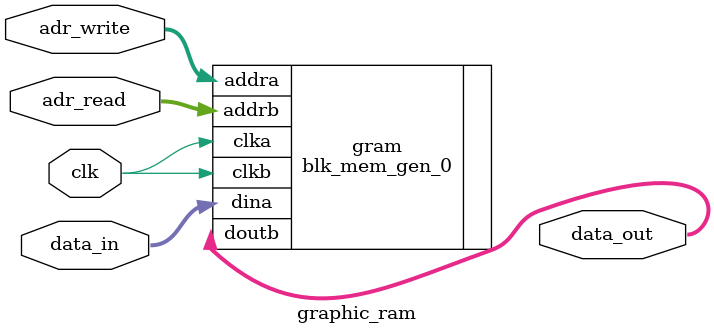
<source format=sv>
`timescale 1ns / 1ps

module graphic_ram(
    input logic clk,
    input logic [19:0] adr_write,
    input logic [19:0] adr_read,
    input logic [3:0] data_in,
    output logic [3:0] data_out
);
    
    blk_mem_gen_0 gram(
        .clka(clk),
        .addra(adr_write),
        .dina(data_in),
        .clkb(clk),
        .addrb(adr_read),
        .doutb(data_out)
    );
    
    
    
endmodule

</source>
